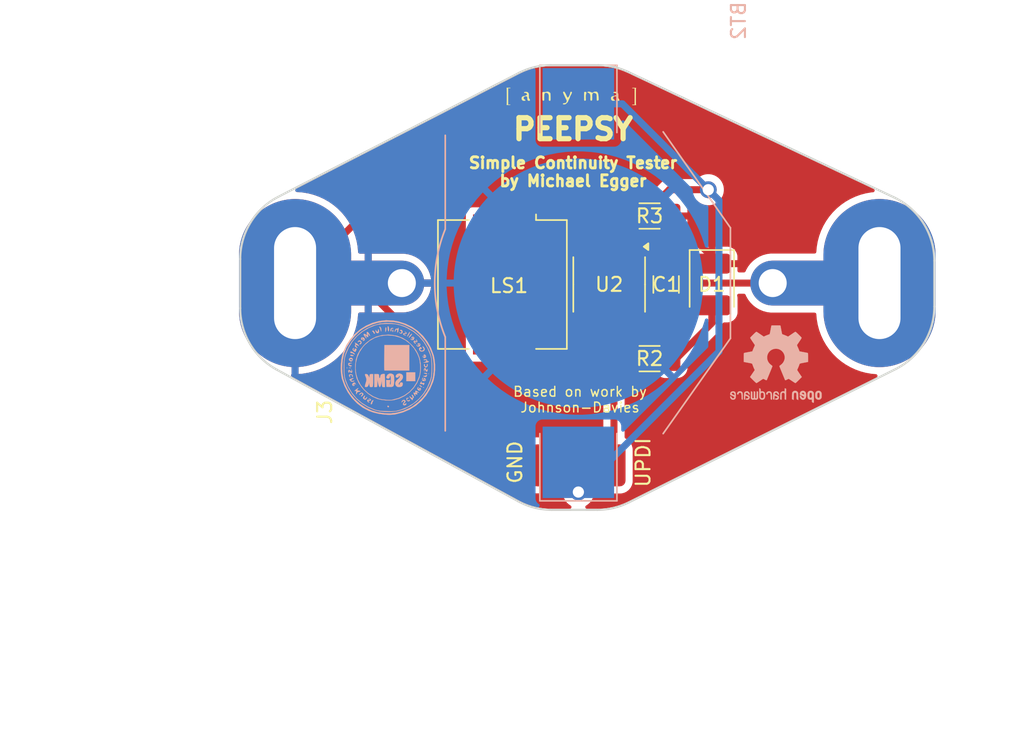
<source format=kicad_pcb>
(kicad_pcb (version 20241229) (generator "pcbnew") (generator_version "9.0")
  (layers (0 "F.Cu" signal) (2 "B.Cu" signal) (13 "F.Paste" user) (15 "B.Paste" user) (5 "F.SilkS" user "F.Silkscreen") (7 "B.SilkS" user "B.Silkscreen") (1 "F.Mask" user) (3 "B.Mask" user) (25 "Edge.Cuts" user))
  (net 0 "")
  (net 1 "VCC")
  (net 2 "GND")
  (net 3 "Net-(D1-A)")
  (net 4 "/udpi")
  (net 5 "Net-(J4-Pin_1)")
  (net 6 "Net-(U2-PA1)")
  (net 7 "Net-(U2-PA2)")
  (net 8 "Net-(U2-PA3)")
  (net 9 "Net-(U2-PA7)")
  (footprint "synkie_footprints:C_1206_3216Metric_Pad1.42x1.75mm_HandSolder" (layer "F.Cu") (at 178.417 110.5925 -90)
    (property "Reference" "C1" (at 0 0 180) (layer "F.SilkS"))
    (property "Value" "C")
    (pad "1" smd roundrect (at -1.4875 0 270) (size 1.425 1.75) (layers "F.Cu" "F.Mask" "F.Paste") (roundrect_rratio 0.175439) (net 1 "VCC"))
    (pad "2" smd roundrect (at 1.4875 0 270) (size 1.425 1.75) (layers "F.Cu" "F.Mask" "F.Paste") (roundrect_rratio 0.175439) (net 2 "GND"))
  )
  (footprint "anyma_footprints:smd-3pin" (layer "F.Cu") (at 172.155 123.51 -90)
    (property "Reference" "J3" (at -3.81 18.0975 90) (layer "F.SilkS"))
    (property "Value" "Conn_01x03")
    (pad "1" smd roundrect (at 0 -2.54 270) (size 3 1.65) (layers "F.Cu" "F.Mask" "F.Paste") (net 4 "/udpi"))
    (pad "2" smd roundrect (at 0 0 270) (size 3 1.65) (layers "F.Cu" "F.Mask" "F.Paste") (net 1 "VCC"))
    (pad "3" smd roundrect (at 0 2.54 270) (size 3 1.65) (layers "F.Cu" "F.Mask" "F.Paste") (net 2 "GND"))
  )
  (footprint "LED_SMD:LED_1210_3225Metric_Pad1.42x2.65mm_HandSolder" (layer "F.Cu") (at 181.68 110.5925 -90)
    (property "Reference" "D1" (at 0 0 0) (layer "F.SilkS"))
    (property "Value" "Signal")
    (pad "1" smd roundrect (at -1.4875 0 270) (size 1.425 2.65) (layers "F.Cu" "F.Mask" "F.Paste") (roundrect_rratio 0.175439) (net 2 "GND"))
    (pad "2" smd roundrect (at 1.4875 0 270) (size 1.425 2.65) (layers "F.Cu" "F.Mask" "F.Paste") (roundrect_rratio 0.175439) (net 3 "Net-(D1-A)"))
  )
  (footprint "anyma_footprints:logo_anyma_tiny" (layer "F.Cu") (at 171.774 97.221)
    (property "Reference" "G***" (hide yes))
    (property "Value" "LOGO" (hide yes))
  )
  (footprint "Resistor_SMD:R_1206_3216Metric_Pad1.30x1.75mm_HandSolder" (layer "F.Cu") (at 177.235 105.703 180)
    (property "Reference" "R3" (at 0 0 0) (layer "F.SilkS"))
    (property "Value" "51")
    (pad "1" smd roundrect (at -1.55 0 180) (size 1.3 1.75) (layers "F.Cu" "F.Mask" "F.Paste") (roundrect_rratio 0.192308) (net 2 "GND"))
    (pad "2" smd roundrect (at 1.55 0 180) (size 1.3 1.75) (layers "F.Cu" "F.Mask" "F.Paste") (roundrect_rratio 0.192308) (net 9 "Net-(U2-PA7)"))
  )
  (footprint "Anyma06:PeepsyPad" (layer "F.Cu") (at 186.0225 110.4925 90)
    (property "Reference" "J4" (hide yes))
    (property "Value" "Probe")
    (pad "1" thru_hole oval (at 0 0 90) (size 3.2 8) (drill 2 (offset 0 2.4)) (layers "*.Cu" "*.Mask") (net 5 "Net-(J4-Pin_1)"))
    (pad "1" thru_hole oval (at 0 7.62 180) (size 8 12) (drill oval 3 8) (layers "*.Cu" "*.Mask") (net 5 "Net-(J4-Pin_1)"))
  )
  (footprint "Anyma06:PeepsyPad" (layer "F.Cu") (at 159.5575 110.4925 -90)
    (property "Reference" "J1" (hide yes))
    (property "Value" "Probe")
    (pad "1" thru_hole oval (at 0 0 270) (size 3.2 8) (drill 2 (offset 0 2.4)) (layers "*.Cu" "*.Mask") (net 2 "GND"))
    (pad "1" thru_hole oval (at 0 7.62) (size 8 12) (drill oval 3 8) (layers "*.Cu" "*.Mask") (net 2 "GND"))
  )
  (footprint "Resistor_SMD:R_1206_3216Metric_Pad1.30x1.75mm_HandSolder" (layer "F.Cu") (at 177.235 115.89 180)
    (property "Reference" "R2" (at 0 0 180) (layer "F.SilkS"))
    (property "Value" "560")
    (pad "1" smd roundrect (at -1.55 0 180) (size 1.3 1.75) (layers "F.Cu" "F.Mask" "F.Paste") (roundrect_rratio 0.192308) (net 3 "Net-(D1-A)"))
    (pad "2" smd roundrect (at 1.55 0 180) (size 1.3 1.75) (layers "F.Cu" "F.Mask" "F.Paste") (roundrect_rratio 0.192308) (net 8 "Net-(U2-PA3)"))
  )
  (footprint "Package_SO:SOIC-8_3.9x4.9mm_P1.27mm" (layer "F.Cu") (at 174.353 110.5925 -90)
    (property "Reference" "U2" (at 0 0 180) (layer "F.SilkS"))
    (property "Value" "ATtiny402-SS")
    (pad "1" smd roundrect (at -2.475 -1.905 270) (size 1.95 0.6) (layers "F.Cu" "F.Mask" "F.Paste") (net 1 "VCC"))
    (pad "2" smd roundrect (at -2.475 -0.635 270) (size 1.95 0.6) (layers "F.Cu" "F.Mask" "F.Paste") (net 5 "Net-(J4-Pin_1)"))
    (pad "3" smd roundrect (at -2.475 0.635 270) (size 1.95 0.6) (layers "F.Cu" "F.Mask" "F.Paste") (net 9 "Net-(U2-PA7)"))
    (pad "4" smd roundrect (at -2.475 1.905 270) (size 1.95 0.6) (layers "F.Cu" "F.Mask" "F.Paste") (net 6 "Net-(U2-PA1)"))
    (pad "5" smd roundrect (at 2.475 1.905 270) (size 1.95 0.6) (layers "F.Cu" "F.Mask" "F.Paste") (net 7 "Net-(U2-PA2)"))
    (pad "6" smd roundrect (at 2.475 0.635 270) (size 1.95 0.6) (layers "F.Cu" "F.Mask" "F.Paste") (net 4 "/udpi"))
    (pad "7" smd roundrect (at 2.475 -0.635 270) (size 1.95 0.6) (layers "F.Cu" "F.Mask" "F.Paste") (net 8 "Net-(U2-PA3)"))
    (pad "8" smd roundrect (at 2.475 -1.905 270) (size 1.95 0.6) (layers "F.Cu" "F.Mask" "F.Paste") (net 2 "GND"))
  )
  (footprint "Buzzer_Beeper:Buzzer_CUI_CPT-9019S-SMT" (layer "F.Cu") (at 166.733 110.5925 -90)
    (property "Reference" "LS1" (at 0.0905 -0.469 180) (layer "F.SilkS"))
    (property "Value" "Speaker_Crystal")
    (pad "1" smd rect (at -4 0 270) (size 2 4.2) (layers "F.Cu" "F.Mask" "F.Paste") (net 6 "Net-(U2-PA1)"))
    (pad "2" smd rect (at 4 0 270) (size 2 4.2) (layers "F.Cu" "F.Mask" "F.Paste") (net 7 "Net-(U2-PA2)"))
  )
  (footprint "Symbol:OSHW-Logo2_7.3x6mm_SilkScreen" (layer "B.Cu") (at 186.252 116.271 180)
    (property "Reference" "REF**" (hide yes))
    (property "Value" "OSHW-Logo2_7.3x6mm_SilkScreen" (hide yes))
  )
  (footprint "anyma_footprints:logo_sgmk" (layer "B.Cu") (at 158.566 116.525 180)
    (property "Reference" "G***" (hide yes))
    (property "Value" "logo_sgmk" (hide yes))
  )
  (footprint "Battery:BatteryHolder_Keystone_3002_1x2032" (layer "B.Cu") (at 172.155 110.4925 -90)
    (property "Reference" "BT2" (at -18.7325 -11.43 90) (layer "B.SilkS") (effects (justify mirror)))
    (property "Value" "Battery_Cell")
    (pad "1" smd rect (at -12.8 0 270) (size 5.1 5.1) (layers "B.Cu" "B.Mask" "B.Paste") (net 1 "VCC"))
    (pad "1" smd rect (at 12.8 0 270) (size 5.1 5.1) (layers "B.Cu" "B.Mask" "B.Paste") (net 1 "VCC"))
    (pad "2" smd circle (at 0 0 270) (size 17.8 17.8) (layers "B.Cu" "B.Mask") (net 2 "GND"))
  )
  (gr_arc (start 197.555 112.16483) (mid 196.808254 114.793486) (end 194.791068 116.636966) (stroke (width 0.15)) (layer "Edge.Cuts"))
  (gr_line (start 170.192183 94.935) (end 173.573806 94.935) (stroke (width 0.15)) (layer "Edge.Cuts"))
  (gr_line (start 150.735217 104.333827) (end 167.9024 95.490127) (stroke (width 0.15)) (layer "Edge.Cuts"))
  (gr_arc (start 175.750728 126.157136) (mid 174.663424 126.551236) (end 173.51466 126.685) (stroke (width 0.15)) (layer "Edge.Cuts"))
  (gr_line (start 173.51466 126.685) (end 170.25497 126.685) (stroke (width 0.15)) (layer "Edge.Cuts"))
  (gr_line (start 167.860709 126.074478) (end 150.630739 116.676312) (stroke (width 0.15)) (layer "Edge.Cuts"))
  (gr_line (start 197.555 108.898341) (end 197.555 112.16483) (stroke (width 0.15)) (layer "Edge.Cuts"))
  (gr_arc (start 170.25497 126.685) (mid 169.019535 126.529959) (end 167.860709 126.074478) (stroke (width 0.15)) (layer "Edge.Cuts"))
  (gr_arc (start 148.025 108.7787) (mid 148.755989 106.175713) (end 150.735217 104.333827) (stroke (width 0.15)) (layer "Edge.Cuts"))
  (gr_line (start 194.791068 116.636966) (end 175.750728 126.157136) (stroke (width 0.15)) (layer "Edge.Cuts"))
  (gr_line (start 175.708838 95.413757) (end 194.690031 104.377098) (stroke (width 0.15)) (layer "Edge.Cuts"))
  (gr_arc (start 150.630739 116.676312) (mid 148.725506 114.839157) (end 148.025 112.286835) (stroke (width 0.15)) (layer "Edge.Cuts"))
  (gr_arc (start 167.9024 95.490127) (mid 169.014126 95.075759) (end 170.192183 94.935) (stroke (width 0.15)) (layer "Edge.Cuts"))
  (gr_arc (start 173.573806 94.935) (mid 174.667831 95.056158) (end 175.708838 95.413757) (stroke (width 0.15)) (layer "Edge.Cuts"))
  (gr_arc (start 194.690031 104.377098) (mid 196.77844 106.222075) (end 197.555 108.898341) (stroke (width 0.15)) (layer "Edge.Cuts"))
  (gr_line (start 148.025 112.286835) (end 148.025 108.7787) (stroke (width 0.15)) (layer "Edge.Cuts"))
  (gr_text "PEEPSY" (at 171.774 99.507 0) (layer "F.SilkS") (effects (font (size 1.5 1.5) (thickness 0.375))))
  (gr_text "Based on work by \nJohnson-Davies \n" (at 172.536 118.811 0) (layer "F.SilkS") (effects (font (size 0.7 0.7) (thickness 0.1))))
  (gr_text "UPDI" (at 177.362 125.161 90) (layer "F.SilkS") (effects (font (size 1 1)) (justify left bottom)))
  (gr_text "Simple Continuity Tester\nby Michael Egger" (at 171.774 102.555 0) (layer "F.SilkS") (effects (font (size 0.8 0.8) (thickness 0.2))))
  (gr_text "GND" (at 168.218 124.907 90) (layer "F.SilkS") (effects (font (size 1 1)) (justify left bottom)))
  (segment (start 172.155 123.51) (end 172.155 125.415) (width 0.5) (layer "F.Cu") (net 1))
  (segment (start 177.4295 108.1175) (end 177.4295 105.035208) (width 0.5) (layer "F.Cu") (net 1))
  (segment (start 176.258 108.1175) (end 177.4295 108.1175) (width 0.5) (layer "F.Cu") (net 1))
  (segment (start 178.639708 103.825) (end 181.426 103.825) (width 0.5) (layer "F.Cu") (net 1))
  (segment (start 177.4295 105.035208) (end 178.639708 103.825) (width 0.5) (layer "F.Cu") (net 1))
  (segment (start 177.4295 108.1175) (end 178.417 109.105) (width 0.5) (layer "F.Cu") (net 1))
  (via (at 181.426 103.825) (size 1.2) (drill 0.8) (layers "F.Cu" "B.Cu") (net 1))
  (via (at 172.155 125.415) (size 1.2) (drill 0.8) (layers "F.Cu" "B.Cu") (net 1))
  (segment (start 172.155 125.415) (end 172.155 123.2925) (width 0.5) (layer "B.Cu") (net 1))
  (segment (start 175.2935 97.6925) (end 181.426 103.825) (width 0.5) (layer "B.Cu") (net 1))
  (segment (start 182.188 104.587) (end 181.426 103.825) (width 0.5) (layer "B.Cu") (net 1))
  (segment (start 172.155 97.6925) (end 175.2935 97.6925) (width 0.5) (layer "B.Cu") (net 1))
  (segment (start 172.155 125.415) (end 182.188 115.382) (width 0.5) (layer "B.Cu") (net 1))
  (segment (start 182.188 115.382) (end 182.188 104.587) (width 0.5) (layer "B.Cu") (net 1))
  (segment (start 175.33 96.205) (end 167.226564 96.205) (width 0.5) (layer "F.Cu") (net 2))
  (segment (start 167.226564 96.205) (end 165.160839 97.269161) (width 0.5) (layer "F.Cu") (net 2))
  (segment (start 181.68 108.598) (end 178.785 105.703) (width 0.5) (layer "F.Cu") (net 2))
  (segment (start 181.68 109.105) (end 181.68 108.598) (width 0.5) (layer "F.Cu") (net 2))
  (segment (start 174.2421 110.4925) (end 159.5575 110.4925) (width 0.5) (layer "F.Cu") (net 2))
  (segment (start 176.258 113.0675) (end 176.258 112.5084) (width 0.5) (layer "F.Cu") (net 2))
  (segment (start 176.258 113.0675) (end 177.4295 113.0675) (width 0.5) (layer "F.Cu") (net 2))
  (segment (start 169.615 123.51) (end 156.5975 110.4925) (width 0.5) (layer "F.Cu") (net 2))
  (segment (start 175.74408 95.79092) (end 175.33 96.205) (width 0.5) (layer "F.Cu") (net 2))
  (segment (start 176.258 112.5084) (end 174.2421 110.4925) (width 0.5) (layer "F.Cu") (net 2))
  (segment (start 177.4295 113.0675) (end 178.417 112.08) (width 0.5) (layer "F.Cu") (net 2))
  (segment (start 156.5975 110.4925) (end 151.9375 110.4925) (width 0.5) (layer "F.Cu") (net 2))
  (segment (start 165.160839 97.269161) (end 151.9375 110.4925) (width 0.5) (layer "F.Cu") (net 2))
  (segment (start 159.5575 110.4925) (end 172.155 110.4925) (width 0.5) (layer "B.Cu") (net 2))
  (segment (start 179.14 115.89) (end 181.68 113.35) (width 0.5) (layer "F.Cu") (net 3))
  (segment (start 178.785 115.89) (end 179.14 115.89) (width 0.5) (layer "F.Cu") (net 3))
  (segment (start 181.68 113.35) (end 181.68 112.08) (width 0.5) (layer "F.Cu") (net 3))
  (segment (start 174.695 117.795) (end 174.695 123.51) (width 0.5) (layer "F.Cu") (net 4))
  (segment (start 173.718 113.0675) (end 173.718 116.818) (width 0.5) (layer "F.Cu") (net 4))
  (segment (start 173.718 116.818) (end 174.695 117.795) (width 0.5) (layer "F.Cu") (net 4))
  (segment (start 174.988 109.198) (end 174.988 108.1175) (width 0.5) (layer "F.Cu") (net 5))
  (segment (start 176.2825 110.4925) (end 174.988 109.198) (width 0.5) (layer "F.Cu") (net 5))
  (segment (start 186.0225 110.4925) (end 176.2825 110.4925) (width 0.5) (layer "F.Cu") (net 5))
  (segment (start 172.448 108.1175) (end 170.923 106.5925) (width 0.5) (layer "F.Cu") (net 6))
  (segment (start 170.923 106.5925) (end 166.733 106.5925) (width 0.5) (layer "F.Cu") (net 6))
  (segment (start 170.923 114.5925) (end 166.733 114.5925) (width 0.5) (layer "F.Cu") (net 7))
  (segment (start 172.448 113.0675) (end 170.923 114.5925) (width 0.5) (layer "F.Cu") (net 7))
  (segment (start 174.988 113.0675) (end 174.988 115.3225) (width 0.5) (layer "F.Cu") (net 8))
  (segment (start 174.988 115.3225) (end 175.0205 115.355) (width 0.5) (layer "F.Cu") (net 8))
  (segment (start 173.718 107.142501) (end 175.157501 105.703) (width 0.5) (layer "F.Cu") (net 9))
  (segment (start 173.718 108.1175) (end 173.718 107.142501) (width 0.5) (layer "F.Cu") (net 9))
  (segment (start 175.157501 105.703) (end 175.685 105.703) (width 0.5) (layer "F.Cu") (net 9))
  (zone (net 2) (net_name "GND") (layers "F.Cu" "B.Cu") (connect_pads (clearance 0.508)) (min_thickness 0.25) (fill yes (thermal_gap 0.5) (thermal_bridge_width 0.5))
    (polygon (pts (xy 143.58 93.03) (xy 203.905 93.665) (xy 203.905 132.4) (xy 151.835 143.83) (xy 130.88 110.81)))
  )
)
</source>
